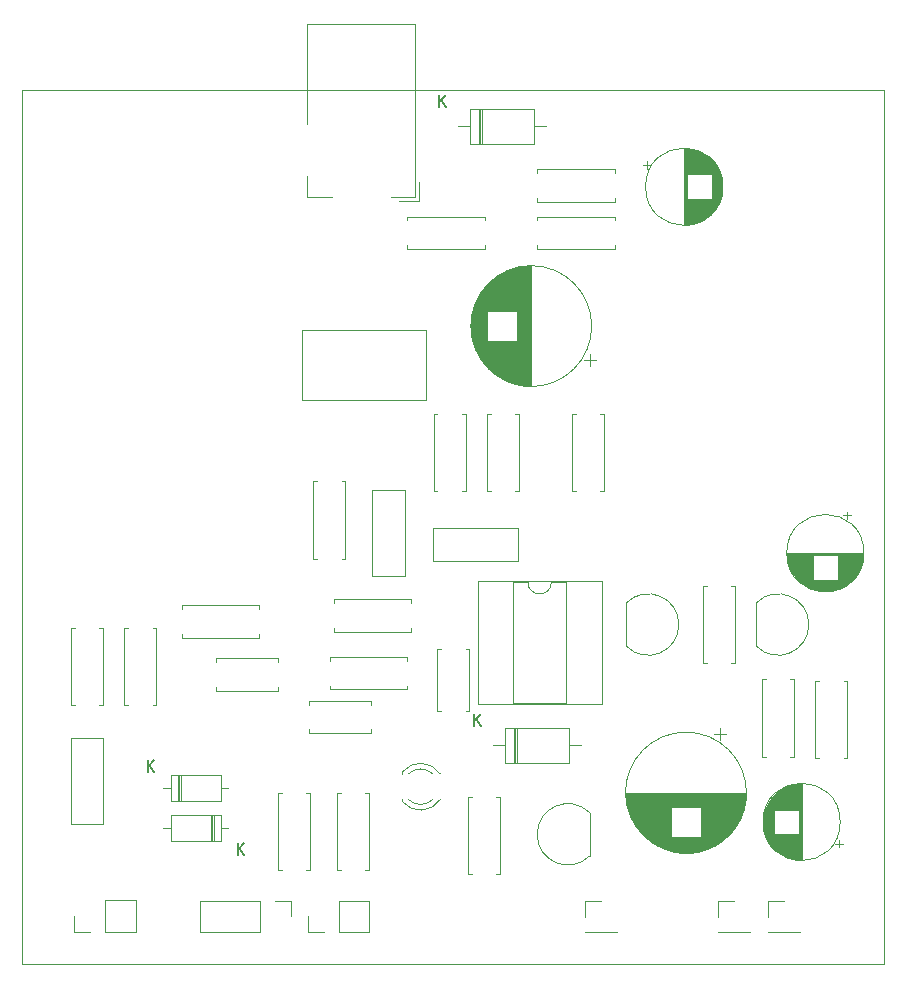
<source format=gbr>
%TF.GenerationSoftware,KiCad,Pcbnew,(5.1.10-1-10_14)*%
%TF.CreationDate,2021-12-12T22:41:03-05:00*%
%TF.ProjectId,Valve Wizard Cab Sim,56616c76-6520-4576-997a-617264204361,rev?*%
%TF.SameCoordinates,Original*%
%TF.FileFunction,Legend,Top*%
%TF.FilePolarity,Positive*%
%FSLAX46Y46*%
G04 Gerber Fmt 4.6, Leading zero omitted, Abs format (unit mm)*
G04 Created by KiCad (PCBNEW (5.1.10-1-10_14)) date 2021-12-12 22:41:03*
%MOMM*%
%LPD*%
G01*
G04 APERTURE LIST*
%TA.AperFunction,Profile*%
%ADD10C,0.100000*%
%TD*%
%ADD11C,0.120000*%
%ADD12C,0.150000*%
G04 APERTURE END LIST*
D10*
X112000000Y-57000000D02*
X112000000Y-131000000D01*
X39000000Y-57000000D02*
X112000000Y-57000000D01*
X39000000Y-131000000D02*
X39000000Y-57000000D01*
X112000000Y-131000000D02*
X39000000Y-131000000D01*
D11*
%TO.C,U1*%
X88060000Y-98610000D02*
X77560000Y-98610000D01*
X88060000Y-109010000D02*
X88060000Y-98610000D01*
X77560000Y-109010000D02*
X88060000Y-109010000D01*
X77560000Y-98610000D02*
X77560000Y-109010000D01*
X85060000Y-98670000D02*
X83810000Y-98670000D01*
X85060000Y-108950000D02*
X85060000Y-98670000D01*
X80560000Y-108950000D02*
X85060000Y-108950000D01*
X80560000Y-98670000D02*
X80560000Y-108950000D01*
X81810000Y-98670000D02*
X80560000Y-98670000D01*
X83810000Y-98670000D02*
G75*
G02*
X81810000Y-98670000I-1000000J0D01*
G01*
%TO.C,J4*%
X48600000Y-128270000D02*
X48600000Y-125610000D01*
X46000000Y-128270000D02*
X48600000Y-128270000D01*
X46000000Y-125610000D02*
X48600000Y-125610000D01*
X46000000Y-128270000D02*
X46000000Y-125610000D01*
X44730000Y-128270000D02*
X43400000Y-128270000D01*
X43400000Y-128270000D02*
X43400000Y-126940000D01*
%TO.C,J7*%
X102170000Y-125670000D02*
X103500000Y-125670000D01*
X102170000Y-127000000D02*
X102170000Y-125670000D01*
X102170000Y-128270000D02*
X104830000Y-128270000D01*
X104830000Y-128270000D02*
X104830000Y-128330000D01*
X102170000Y-128270000D02*
X102170000Y-128330000D01*
X102170000Y-128330000D02*
X104830000Y-128330000D01*
%TO.C,J6*%
X68400000Y-128300000D02*
X68400000Y-125640000D01*
X65800000Y-128300000D02*
X68400000Y-128300000D01*
X65800000Y-125640000D02*
X68400000Y-125640000D01*
X65800000Y-128300000D02*
X65800000Y-125640000D01*
X64530000Y-128300000D02*
X63200000Y-128300000D01*
X63200000Y-128300000D02*
X63200000Y-126970000D01*
%TO.C,J5*%
X86670000Y-128330000D02*
X89330000Y-128330000D01*
X86670000Y-128270000D02*
X86670000Y-128330000D01*
X89330000Y-128270000D02*
X89330000Y-128330000D01*
X86670000Y-128270000D02*
X89330000Y-128270000D01*
X86670000Y-127000000D02*
X86670000Y-125670000D01*
X86670000Y-125670000D02*
X88000000Y-125670000D01*
%TO.C,J2*%
X97920000Y-128330000D02*
X100580000Y-128330000D01*
X97920000Y-128270000D02*
X97920000Y-128330000D01*
X100580000Y-128270000D02*
X100580000Y-128330000D01*
X97920000Y-128270000D02*
X100580000Y-128270000D01*
X97920000Y-127000000D02*
X97920000Y-125670000D01*
X97920000Y-125670000D02*
X99250000Y-125670000D01*
%TO.C,J1*%
X54020000Y-125640000D02*
X54020000Y-128300000D01*
X59160000Y-125640000D02*
X54020000Y-125640000D01*
X59160000Y-128300000D02*
X54020000Y-128300000D01*
X59160000Y-125640000D02*
X59160000Y-128300000D01*
X60430000Y-125640000D02*
X61760000Y-125640000D01*
X61760000Y-125640000D02*
X61760000Y-126970000D01*
%TO.C,C12*%
X108175241Y-121134000D02*
X108175241Y-120504000D01*
X108490241Y-120819000D02*
X107860241Y-120819000D01*
X101749000Y-119382000D02*
X101749000Y-118578000D01*
X101789000Y-119613000D02*
X101789000Y-118347000D01*
X101829000Y-119782000D02*
X101829000Y-118178000D01*
X101869000Y-119920000D02*
X101869000Y-118040000D01*
X101909000Y-120039000D02*
X101909000Y-117921000D01*
X101949000Y-120145000D02*
X101949000Y-117815000D01*
X101989000Y-120242000D02*
X101989000Y-117718000D01*
X102029000Y-120330000D02*
X102029000Y-117630000D01*
X102069000Y-120412000D02*
X102069000Y-117548000D01*
X102109000Y-120489000D02*
X102109000Y-117471000D01*
X102149000Y-120561000D02*
X102149000Y-117399000D01*
X102189000Y-120630000D02*
X102189000Y-117330000D01*
X102229000Y-120694000D02*
X102229000Y-117266000D01*
X102269000Y-120756000D02*
X102269000Y-117204000D01*
X102309000Y-120814000D02*
X102309000Y-117146000D01*
X102349000Y-120870000D02*
X102349000Y-117090000D01*
X102389000Y-120924000D02*
X102389000Y-117036000D01*
X102429000Y-120975000D02*
X102429000Y-116985000D01*
X102469000Y-121024000D02*
X102469000Y-116936000D01*
X102509000Y-121072000D02*
X102509000Y-116888000D01*
X102549000Y-121117000D02*
X102549000Y-116843000D01*
X102589000Y-121162000D02*
X102589000Y-116798000D01*
X102629000Y-121204000D02*
X102629000Y-116756000D01*
X102669000Y-121245000D02*
X102669000Y-116715000D01*
X102709000Y-117940000D02*
X102709000Y-116675000D01*
X102709000Y-121285000D02*
X102709000Y-120020000D01*
X102749000Y-117940000D02*
X102749000Y-116637000D01*
X102749000Y-121323000D02*
X102749000Y-120020000D01*
X102789000Y-117940000D02*
X102789000Y-116600000D01*
X102789000Y-121360000D02*
X102789000Y-120020000D01*
X102829000Y-117940000D02*
X102829000Y-116564000D01*
X102829000Y-121396000D02*
X102829000Y-120020000D01*
X102869000Y-117940000D02*
X102869000Y-116530000D01*
X102869000Y-121430000D02*
X102869000Y-120020000D01*
X102909000Y-117940000D02*
X102909000Y-116496000D01*
X102909000Y-121464000D02*
X102909000Y-120020000D01*
X102949000Y-117940000D02*
X102949000Y-116464000D01*
X102949000Y-121496000D02*
X102949000Y-120020000D01*
X102989000Y-117940000D02*
X102989000Y-116432000D01*
X102989000Y-121528000D02*
X102989000Y-120020000D01*
X103029000Y-117940000D02*
X103029000Y-116402000D01*
X103029000Y-121558000D02*
X103029000Y-120020000D01*
X103069000Y-117940000D02*
X103069000Y-116373000D01*
X103069000Y-121587000D02*
X103069000Y-120020000D01*
X103109000Y-117940000D02*
X103109000Y-116344000D01*
X103109000Y-121616000D02*
X103109000Y-120020000D01*
X103149000Y-117940000D02*
X103149000Y-116316000D01*
X103149000Y-121644000D02*
X103149000Y-120020000D01*
X103189000Y-117940000D02*
X103189000Y-116290000D01*
X103189000Y-121670000D02*
X103189000Y-120020000D01*
X103229000Y-117940000D02*
X103229000Y-116264000D01*
X103229000Y-121696000D02*
X103229000Y-120020000D01*
X103269000Y-117940000D02*
X103269000Y-116238000D01*
X103269000Y-121722000D02*
X103269000Y-120020000D01*
X103309000Y-117940000D02*
X103309000Y-116214000D01*
X103309000Y-121746000D02*
X103309000Y-120020000D01*
X103349000Y-117940000D02*
X103349000Y-116190000D01*
X103349000Y-121770000D02*
X103349000Y-120020000D01*
X103389000Y-117940000D02*
X103389000Y-116168000D01*
X103389000Y-121792000D02*
X103389000Y-120020000D01*
X103429000Y-117940000D02*
X103429000Y-116146000D01*
X103429000Y-121814000D02*
X103429000Y-120020000D01*
X103469000Y-117940000D02*
X103469000Y-116124000D01*
X103469000Y-121836000D02*
X103469000Y-120020000D01*
X103509000Y-117940000D02*
X103509000Y-116104000D01*
X103509000Y-121856000D02*
X103509000Y-120020000D01*
X103549000Y-117940000D02*
X103549000Y-116084000D01*
X103549000Y-121876000D02*
X103549000Y-120020000D01*
X103589000Y-117940000D02*
X103589000Y-116064000D01*
X103589000Y-121896000D02*
X103589000Y-120020000D01*
X103629000Y-117940000D02*
X103629000Y-116046000D01*
X103629000Y-121914000D02*
X103629000Y-120020000D01*
X103669000Y-117940000D02*
X103669000Y-116028000D01*
X103669000Y-121932000D02*
X103669000Y-120020000D01*
X103709000Y-117940000D02*
X103709000Y-116010000D01*
X103709000Y-121950000D02*
X103709000Y-120020000D01*
X103749000Y-117940000D02*
X103749000Y-115994000D01*
X103749000Y-121966000D02*
X103749000Y-120020000D01*
X103789000Y-117940000D02*
X103789000Y-115978000D01*
X103789000Y-121982000D02*
X103789000Y-120020000D01*
X103829000Y-117940000D02*
X103829000Y-115962000D01*
X103829000Y-121998000D02*
X103829000Y-120020000D01*
X103869000Y-117940000D02*
X103869000Y-115947000D01*
X103869000Y-122013000D02*
X103869000Y-120020000D01*
X103909000Y-117940000D02*
X103909000Y-115933000D01*
X103909000Y-122027000D02*
X103909000Y-120020000D01*
X103949000Y-117940000D02*
X103949000Y-115919000D01*
X103949000Y-122041000D02*
X103949000Y-120020000D01*
X103989000Y-117940000D02*
X103989000Y-115906000D01*
X103989000Y-122054000D02*
X103989000Y-120020000D01*
X104029000Y-117940000D02*
X104029000Y-115894000D01*
X104029000Y-122066000D02*
X104029000Y-120020000D01*
X104069000Y-117940000D02*
X104069000Y-115882000D01*
X104069000Y-122078000D02*
X104069000Y-120020000D01*
X104109000Y-117940000D02*
X104109000Y-115870000D01*
X104109000Y-122090000D02*
X104109000Y-120020000D01*
X104149000Y-117940000D02*
X104149000Y-115859000D01*
X104149000Y-122101000D02*
X104149000Y-120020000D01*
X104189000Y-117940000D02*
X104189000Y-115849000D01*
X104189000Y-122111000D02*
X104189000Y-120020000D01*
X104229000Y-117940000D02*
X104229000Y-115839000D01*
X104229000Y-122121000D02*
X104229000Y-120020000D01*
X104269000Y-117940000D02*
X104269000Y-115830000D01*
X104269000Y-122130000D02*
X104269000Y-120020000D01*
X104310000Y-117940000D02*
X104310000Y-115821000D01*
X104310000Y-122139000D02*
X104310000Y-120020000D01*
X104350000Y-117940000D02*
X104350000Y-115813000D01*
X104350000Y-122147000D02*
X104350000Y-120020000D01*
X104390000Y-117940000D02*
X104390000Y-115805000D01*
X104390000Y-122155000D02*
X104390000Y-120020000D01*
X104430000Y-117940000D02*
X104430000Y-115798000D01*
X104430000Y-122162000D02*
X104430000Y-120020000D01*
X104470000Y-117940000D02*
X104470000Y-115791000D01*
X104470000Y-122169000D02*
X104470000Y-120020000D01*
X104510000Y-117940000D02*
X104510000Y-115785000D01*
X104510000Y-122175000D02*
X104510000Y-120020000D01*
X104550000Y-117940000D02*
X104550000Y-115779000D01*
X104550000Y-122181000D02*
X104550000Y-120020000D01*
X104590000Y-117940000D02*
X104590000Y-115774000D01*
X104590000Y-122186000D02*
X104590000Y-120020000D01*
X104630000Y-117940000D02*
X104630000Y-115769000D01*
X104630000Y-122191000D02*
X104630000Y-120020000D01*
X104670000Y-117940000D02*
X104670000Y-115765000D01*
X104670000Y-122195000D02*
X104670000Y-120020000D01*
X104710000Y-117940000D02*
X104710000Y-115762000D01*
X104710000Y-122198000D02*
X104710000Y-120020000D01*
X104750000Y-117940000D02*
X104750000Y-115758000D01*
X104750000Y-122202000D02*
X104750000Y-120020000D01*
X104790000Y-122204000D02*
X104790000Y-115756000D01*
X104830000Y-122207000D02*
X104830000Y-115753000D01*
X104870000Y-122208000D02*
X104870000Y-115752000D01*
X104910000Y-122210000D02*
X104910000Y-115750000D01*
X104950000Y-122210000D02*
X104950000Y-115750000D01*
X104990000Y-122210000D02*
X104990000Y-115750000D01*
X108260000Y-118980000D02*
G75*
G03*
X108260000Y-118980000I-3270000J0D01*
G01*
%TO.C,C7*%
X68630000Y-90880000D02*
X71370000Y-90880000D01*
X68630000Y-98120000D02*
X71370000Y-98120000D01*
X71370000Y-98120000D02*
X71370000Y-90880000D01*
X68630000Y-98120000D02*
X68630000Y-90880000D01*
%TO.C,C8*%
X81020000Y-94130000D02*
X81020000Y-96870000D01*
X73780000Y-94130000D02*
X73780000Y-96870000D01*
X73780000Y-96870000D02*
X81020000Y-96870000D01*
X73780000Y-94130000D02*
X81020000Y-94130000D01*
%TO.C,C5*%
X45870000Y-119120000D02*
X43130000Y-119120000D01*
X45870000Y-111880000D02*
X43130000Y-111880000D01*
X43130000Y-111880000D02*
X43130000Y-119120000D01*
X45870000Y-111880000D02*
X45870000Y-119120000D01*
%TO.C,R18*%
X76730000Y-123380000D02*
X77060000Y-123380000D01*
X76730000Y-116840000D02*
X76730000Y-123380000D01*
X77060000Y-116840000D02*
X76730000Y-116840000D01*
X79470000Y-123380000D02*
X79140000Y-123380000D01*
X79470000Y-116840000D02*
X79470000Y-123380000D01*
X79140000Y-116840000D02*
X79470000Y-116840000D01*
%TO.C,R17*%
X108870000Y-107040000D02*
X108540000Y-107040000D01*
X108870000Y-113580000D02*
X108870000Y-107040000D01*
X108540000Y-113580000D02*
X108870000Y-113580000D01*
X106130000Y-107040000D02*
X106460000Y-107040000D01*
X106130000Y-113580000D02*
X106130000Y-107040000D01*
X106460000Y-113580000D02*
X106130000Y-113580000D01*
%TO.C,R16*%
X104370000Y-106920000D02*
X104040000Y-106920000D01*
X104370000Y-113460000D02*
X104370000Y-106920000D01*
X104040000Y-113460000D02*
X104370000Y-113460000D01*
X101630000Y-106920000D02*
X101960000Y-106920000D01*
X101630000Y-113460000D02*
X101630000Y-106920000D01*
X101960000Y-113460000D02*
X101630000Y-113460000D01*
%TO.C,R15*%
X99370000Y-99020000D02*
X99040000Y-99020000D01*
X99370000Y-105560000D02*
X99370000Y-99020000D01*
X99040000Y-105560000D02*
X99370000Y-105560000D01*
X96630000Y-99020000D02*
X96960000Y-99020000D01*
X96630000Y-105560000D02*
X96630000Y-99020000D01*
X96960000Y-105560000D02*
X96630000Y-105560000D01*
%TO.C,R14*%
X81070000Y-84440000D02*
X80740000Y-84440000D01*
X81070000Y-90980000D02*
X81070000Y-84440000D01*
X80740000Y-90980000D02*
X81070000Y-90980000D01*
X78330000Y-84440000D02*
X78660000Y-84440000D01*
X78330000Y-90980000D02*
X78330000Y-84440000D01*
X78660000Y-90980000D02*
X78330000Y-90980000D01*
%TO.C,R13*%
X73830000Y-90960000D02*
X74160000Y-90960000D01*
X73830000Y-84420000D02*
X73830000Y-90960000D01*
X74160000Y-84420000D02*
X73830000Y-84420000D01*
X76570000Y-90960000D02*
X76240000Y-90960000D01*
X76570000Y-84420000D02*
X76570000Y-90960000D01*
X76240000Y-84420000D02*
X76570000Y-84420000D01*
%TO.C,R12*%
X66370000Y-90140000D02*
X66040000Y-90140000D01*
X66370000Y-96680000D02*
X66370000Y-90140000D01*
X66040000Y-96680000D02*
X66370000Y-96680000D01*
X63630000Y-90140000D02*
X63960000Y-90140000D01*
X63630000Y-96680000D02*
X63630000Y-90140000D01*
X63960000Y-96680000D02*
X63630000Y-96680000D01*
%TO.C,R11*%
X43130000Y-109080000D02*
X43460000Y-109080000D01*
X43130000Y-102540000D02*
X43130000Y-109080000D01*
X43460000Y-102540000D02*
X43130000Y-102540000D01*
X45870000Y-109080000D02*
X45540000Y-109080000D01*
X45870000Y-102540000D02*
X45870000Y-109080000D01*
X45540000Y-102540000D02*
X45870000Y-102540000D01*
%TO.C,R10*%
X65420000Y-100130000D02*
X65420000Y-100460000D01*
X71960000Y-100130000D02*
X65420000Y-100130000D01*
X71960000Y-100460000D02*
X71960000Y-100130000D01*
X65420000Y-102870000D02*
X65420000Y-102540000D01*
X71960000Y-102870000D02*
X65420000Y-102870000D01*
X71960000Y-102540000D02*
X71960000Y-102870000D01*
%TO.C,R9*%
X71580000Y-107770000D02*
X71580000Y-107440000D01*
X65040000Y-107770000D02*
X71580000Y-107770000D01*
X65040000Y-107440000D02*
X65040000Y-107770000D01*
X71580000Y-105030000D02*
X71580000Y-105360000D01*
X65040000Y-105030000D02*
X71580000Y-105030000D01*
X65040000Y-105360000D02*
X65040000Y-105030000D01*
%TO.C,R8*%
X50370000Y-102540000D02*
X50040000Y-102540000D01*
X50370000Y-109080000D02*
X50370000Y-102540000D01*
X50040000Y-109080000D02*
X50370000Y-109080000D01*
X47630000Y-102540000D02*
X47960000Y-102540000D01*
X47630000Y-109080000D02*
X47630000Y-102540000D01*
X47960000Y-109080000D02*
X47630000Y-109080000D01*
%TO.C,R7*%
X59060000Y-103370000D02*
X59060000Y-103040000D01*
X52520000Y-103370000D02*
X59060000Y-103370000D01*
X52520000Y-103040000D02*
X52520000Y-103370000D01*
X59060000Y-100630000D02*
X59060000Y-100960000D01*
X52520000Y-100630000D02*
X59060000Y-100630000D01*
X52520000Y-100960000D02*
X52520000Y-100630000D01*
%TO.C,R6*%
X88270000Y-84440000D02*
X87940000Y-84440000D01*
X88270000Y-90980000D02*
X88270000Y-84440000D01*
X87940000Y-90980000D02*
X88270000Y-90980000D01*
X85530000Y-84440000D02*
X85860000Y-84440000D01*
X85530000Y-90980000D02*
X85530000Y-84440000D01*
X85860000Y-90980000D02*
X85530000Y-90980000D01*
%TO.C,R5*%
X60630000Y-123080000D02*
X60960000Y-123080000D01*
X60630000Y-116540000D02*
X60630000Y-123080000D01*
X60960000Y-116540000D02*
X60630000Y-116540000D01*
X63370000Y-123080000D02*
X63040000Y-123080000D01*
X63370000Y-116540000D02*
X63370000Y-123080000D01*
X63040000Y-116540000D02*
X63370000Y-116540000D01*
%TO.C,R4*%
X68370000Y-116540000D02*
X68040000Y-116540000D01*
X68370000Y-123080000D02*
X68370000Y-116540000D01*
X68040000Y-123080000D02*
X68370000Y-123080000D01*
X65630000Y-116540000D02*
X65960000Y-116540000D01*
X65630000Y-123080000D02*
X65630000Y-116540000D01*
X65960000Y-123080000D02*
X65630000Y-123080000D01*
%TO.C,R3*%
X82620000Y-67730000D02*
X82620000Y-68060000D01*
X89160000Y-67730000D02*
X82620000Y-67730000D01*
X89160000Y-68060000D02*
X89160000Y-67730000D01*
X82620000Y-70470000D02*
X82620000Y-70140000D01*
X89160000Y-70470000D02*
X82620000Y-70470000D01*
X89160000Y-70140000D02*
X89160000Y-70470000D01*
%TO.C,R2*%
X89160000Y-66470000D02*
X89160000Y-66140000D01*
X82620000Y-66470000D02*
X89160000Y-66470000D01*
X82620000Y-66140000D02*
X82620000Y-66470000D01*
X89160000Y-63730000D02*
X89160000Y-64060000D01*
X82620000Y-63730000D02*
X89160000Y-63730000D01*
X82620000Y-64060000D02*
X82620000Y-63730000D01*
%TO.C,R1*%
X71620000Y-67730000D02*
X71620000Y-68060000D01*
X78160000Y-67730000D02*
X71620000Y-67730000D01*
X78160000Y-68060000D02*
X78160000Y-67730000D01*
X71620000Y-70470000D02*
X71620000Y-70140000D01*
X78160000Y-70470000D02*
X71620000Y-70470000D01*
X78160000Y-70140000D02*
X78160000Y-70470000D01*
%TO.C,Q3*%
X87050000Y-121830000D02*
X87050000Y-118230000D01*
X87038478Y-118191522D02*
G75*
G03*
X82600000Y-120030000I-1838478J-1838478D01*
G01*
X87038478Y-121868478D02*
G75*
G02*
X82600000Y-120030000I-1838478J1838478D01*
G01*
%TO.C,Q2*%
X101150000Y-100470000D02*
X101150000Y-104070000D01*
X101161522Y-104108478D02*
G75*
G03*
X105600000Y-102270000I1838478J1838478D01*
G01*
X101161522Y-100431522D02*
G75*
G02*
X105600000Y-102270000I1838478J-1838478D01*
G01*
%TO.C,Q1*%
X90150000Y-100470000D02*
X90150000Y-104070000D01*
X90161522Y-104108478D02*
G75*
G03*
X94600000Y-102270000I1838478J1838478D01*
G01*
X90161522Y-100431522D02*
G75*
G02*
X94600000Y-102270000I1838478J-1838478D01*
G01*
%TO.C,D3*%
X71170000Y-117080000D02*
X71170000Y-117236000D01*
X71170000Y-114764000D02*
X71170000Y-114920000D01*
X73771130Y-117079837D02*
G75*
G02*
X71689039Y-117080000I-1041130J1079837D01*
G01*
X73771130Y-114920163D02*
G75*
G03*
X71689039Y-114920000I-1041130J-1079837D01*
G01*
X74402335Y-117078608D02*
G75*
G02*
X71170000Y-117235516I-1672335J1078608D01*
G01*
X74402335Y-114921392D02*
G75*
G03*
X71170000Y-114764484I-1672335J-1078608D01*
G01*
%TO.C,C9*%
X62680000Y-83270000D02*
X62680000Y-77330000D01*
X73220000Y-83270000D02*
X73220000Y-77330000D01*
X73220000Y-77330000D02*
X62680000Y-77330000D01*
X73220000Y-83270000D02*
X62680000Y-83270000D01*
%TO.C,C6*%
X68520000Y-111155000D02*
X68520000Y-111470000D01*
X68520000Y-108730000D02*
X68520000Y-109045000D01*
X63280000Y-111155000D02*
X63280000Y-111470000D01*
X63280000Y-108730000D02*
X63280000Y-109045000D01*
X63280000Y-111470000D02*
X68520000Y-111470000D01*
X63280000Y-108730000D02*
X68520000Y-108730000D01*
%TO.C,C4*%
X55380000Y-105445000D02*
X55380000Y-105130000D01*
X55380000Y-107870000D02*
X55380000Y-107555000D01*
X60620000Y-105445000D02*
X60620000Y-105130000D01*
X60620000Y-107870000D02*
X60620000Y-107555000D01*
X60620000Y-105130000D02*
X55380000Y-105130000D01*
X60620000Y-107870000D02*
X55380000Y-107870000D01*
%TO.C,J3*%
X72300000Y-66100000D02*
X70200000Y-66100000D01*
X72600000Y-66400000D02*
X72600000Y-64800000D01*
X70900000Y-66400000D02*
X72600000Y-66400000D01*
X63100000Y-66100000D02*
X63100000Y-64300000D01*
X65200000Y-66100000D02*
X63100000Y-66100000D01*
X72300000Y-51400000D02*
X72300000Y-66100000D01*
X63100000Y-51400000D02*
X72300000Y-51400000D01*
X63100000Y-59900000D02*
X63100000Y-51400000D01*
%TO.C,D5*%
X52170000Y-114980000D02*
X52170000Y-117220000D01*
X52410000Y-114980000D02*
X52410000Y-117220000D01*
X52290000Y-114980000D02*
X52290000Y-117220000D01*
X56460000Y-116100000D02*
X55810000Y-116100000D01*
X50920000Y-116100000D02*
X51570000Y-116100000D01*
X55810000Y-114980000D02*
X51570000Y-114980000D01*
X55810000Y-117220000D02*
X55810000Y-114980000D01*
X51570000Y-117220000D02*
X55810000Y-117220000D01*
X51570000Y-114980000D02*
X51570000Y-117220000D01*
%TO.C,D4*%
X55210000Y-120620000D02*
X55210000Y-118380000D01*
X54970000Y-120620000D02*
X54970000Y-118380000D01*
X55090000Y-120620000D02*
X55090000Y-118380000D01*
X50920000Y-119500000D02*
X51570000Y-119500000D01*
X56460000Y-119500000D02*
X55810000Y-119500000D01*
X51570000Y-120620000D02*
X55810000Y-120620000D01*
X51570000Y-118380000D02*
X51570000Y-120620000D01*
X55810000Y-118380000D02*
X51570000Y-118380000D01*
X55810000Y-120620000D02*
X55810000Y-118380000D01*
%TO.C,D2*%
X80640000Y-111030000D02*
X80640000Y-113970000D01*
X80880000Y-111030000D02*
X80880000Y-113970000D01*
X80760000Y-111030000D02*
X80760000Y-113970000D01*
X86320000Y-112500000D02*
X85300000Y-112500000D01*
X78840000Y-112500000D02*
X79860000Y-112500000D01*
X85300000Y-111030000D02*
X79860000Y-111030000D01*
X85300000Y-113970000D02*
X85300000Y-111030000D01*
X79860000Y-113970000D02*
X85300000Y-113970000D01*
X79860000Y-111030000D02*
X79860000Y-113970000D01*
%TO.C,D1*%
X77680000Y-58630000D02*
X77680000Y-61570000D01*
X77920000Y-58630000D02*
X77920000Y-61570000D01*
X77800000Y-58630000D02*
X77800000Y-61570000D01*
X83360000Y-60100000D02*
X82340000Y-60100000D01*
X75880000Y-60100000D02*
X76900000Y-60100000D01*
X82340000Y-58630000D02*
X76900000Y-58630000D01*
X82340000Y-61570000D02*
X82340000Y-58630000D01*
X76900000Y-61570000D02*
X82340000Y-61570000D01*
X76900000Y-58630000D02*
X76900000Y-61570000D01*
%TO.C,C11*%
X98575000Y-111520354D02*
X97575000Y-111520354D01*
X98075000Y-111020354D02*
X98075000Y-112020354D01*
X95799000Y-121581000D02*
X94601000Y-121581000D01*
X96062000Y-121541000D02*
X94338000Y-121541000D01*
X96262000Y-121501000D02*
X94138000Y-121501000D01*
X96430000Y-121461000D02*
X93970000Y-121461000D01*
X96578000Y-121421000D02*
X93822000Y-121421000D01*
X96710000Y-121381000D02*
X93690000Y-121381000D01*
X96830000Y-121341000D02*
X93570000Y-121341000D01*
X96942000Y-121301000D02*
X93458000Y-121301000D01*
X97046000Y-121261000D02*
X93354000Y-121261000D01*
X97144000Y-121221000D02*
X93256000Y-121221000D01*
X97237000Y-121181000D02*
X93163000Y-121181000D01*
X97325000Y-121141000D02*
X93075000Y-121141000D01*
X97409000Y-121101000D02*
X92991000Y-121101000D01*
X97489000Y-121061000D02*
X92911000Y-121061000D01*
X97565000Y-121021000D02*
X92835000Y-121021000D01*
X97639000Y-120981000D02*
X92761000Y-120981000D01*
X97710000Y-120941000D02*
X92690000Y-120941000D01*
X97779000Y-120901000D02*
X92621000Y-120901000D01*
X97845000Y-120861000D02*
X92555000Y-120861000D01*
X97909000Y-120821000D02*
X92491000Y-120821000D01*
X97970000Y-120781000D02*
X92430000Y-120781000D01*
X98030000Y-120741000D02*
X92370000Y-120741000D01*
X98089000Y-120701000D02*
X92311000Y-120701000D01*
X98145000Y-120661000D02*
X92255000Y-120661000D01*
X98200000Y-120621000D02*
X92200000Y-120621000D01*
X98254000Y-120581000D02*
X92146000Y-120581000D01*
X98306000Y-120541000D02*
X92094000Y-120541000D01*
X98356000Y-120501000D02*
X92044000Y-120501000D01*
X98406000Y-120461000D02*
X91994000Y-120461000D01*
X98454000Y-120421000D02*
X91946000Y-120421000D01*
X98501000Y-120381000D02*
X91899000Y-120381000D01*
X98547000Y-120341000D02*
X91853000Y-120341000D01*
X98592000Y-120301000D02*
X91808000Y-120301000D01*
X98636000Y-120261000D02*
X91764000Y-120261000D01*
X93959000Y-120221000D02*
X91722000Y-120221000D01*
X98678000Y-120221000D02*
X96441000Y-120221000D01*
X93959000Y-120181000D02*
X91680000Y-120181000D01*
X98720000Y-120181000D02*
X96441000Y-120181000D01*
X93959000Y-120141000D02*
X91639000Y-120141000D01*
X98761000Y-120141000D02*
X96441000Y-120141000D01*
X93959000Y-120101000D02*
X91599000Y-120101000D01*
X98801000Y-120101000D02*
X96441000Y-120101000D01*
X93959000Y-120061000D02*
X91560000Y-120061000D01*
X98840000Y-120061000D02*
X96441000Y-120061000D01*
X93959000Y-120021000D02*
X91521000Y-120021000D01*
X98879000Y-120021000D02*
X96441000Y-120021000D01*
X93959000Y-119981000D02*
X91484000Y-119981000D01*
X98916000Y-119981000D02*
X96441000Y-119981000D01*
X93959000Y-119941000D02*
X91447000Y-119941000D01*
X98953000Y-119941000D02*
X96441000Y-119941000D01*
X93959000Y-119901000D02*
X91411000Y-119901000D01*
X98989000Y-119901000D02*
X96441000Y-119901000D01*
X93959000Y-119861000D02*
X91376000Y-119861000D01*
X99024000Y-119861000D02*
X96441000Y-119861000D01*
X93959000Y-119821000D02*
X91342000Y-119821000D01*
X99058000Y-119821000D02*
X96441000Y-119821000D01*
X93959000Y-119781000D02*
X91308000Y-119781000D01*
X99092000Y-119781000D02*
X96441000Y-119781000D01*
X93959000Y-119741000D02*
X91275000Y-119741000D01*
X99125000Y-119741000D02*
X96441000Y-119741000D01*
X93959000Y-119701000D02*
X91243000Y-119701000D01*
X99157000Y-119701000D02*
X96441000Y-119701000D01*
X93959000Y-119661000D02*
X91211000Y-119661000D01*
X99189000Y-119661000D02*
X96441000Y-119661000D01*
X93959000Y-119621000D02*
X91180000Y-119621000D01*
X99220000Y-119621000D02*
X96441000Y-119621000D01*
X93959000Y-119581000D02*
X91150000Y-119581000D01*
X99250000Y-119581000D02*
X96441000Y-119581000D01*
X93959000Y-119541000D02*
X91120000Y-119541000D01*
X99280000Y-119541000D02*
X96441000Y-119541000D01*
X93959000Y-119501000D02*
X91090000Y-119501000D01*
X99310000Y-119501000D02*
X96441000Y-119501000D01*
X93959000Y-119461000D02*
X91062000Y-119461000D01*
X99338000Y-119461000D02*
X96441000Y-119461000D01*
X93959000Y-119421000D02*
X91034000Y-119421000D01*
X99366000Y-119421000D02*
X96441000Y-119421000D01*
X93959000Y-119381000D02*
X91006000Y-119381000D01*
X99394000Y-119381000D02*
X96441000Y-119381000D01*
X93959000Y-119341000D02*
X90979000Y-119341000D01*
X99421000Y-119341000D02*
X96441000Y-119341000D01*
X93959000Y-119301000D02*
X90953000Y-119301000D01*
X99447000Y-119301000D02*
X96441000Y-119301000D01*
X93959000Y-119261000D02*
X90927000Y-119261000D01*
X99473000Y-119261000D02*
X96441000Y-119261000D01*
X93959000Y-119221000D02*
X90902000Y-119221000D01*
X99498000Y-119221000D02*
X96441000Y-119221000D01*
X93959000Y-119181000D02*
X90877000Y-119181000D01*
X99523000Y-119181000D02*
X96441000Y-119181000D01*
X93959000Y-119141000D02*
X90853000Y-119141000D01*
X99547000Y-119141000D02*
X96441000Y-119141000D01*
X93959000Y-119101000D02*
X90829000Y-119101000D01*
X99571000Y-119101000D02*
X96441000Y-119101000D01*
X93959000Y-119061000D02*
X90805000Y-119061000D01*
X99595000Y-119061000D02*
X96441000Y-119061000D01*
X93959000Y-119021000D02*
X90783000Y-119021000D01*
X99617000Y-119021000D02*
X96441000Y-119021000D01*
X93959000Y-118981000D02*
X90760000Y-118981000D01*
X99640000Y-118981000D02*
X96441000Y-118981000D01*
X93959000Y-118941000D02*
X90738000Y-118941000D01*
X99662000Y-118941000D02*
X96441000Y-118941000D01*
X93959000Y-118901000D02*
X90717000Y-118901000D01*
X99683000Y-118901000D02*
X96441000Y-118901000D01*
X93959000Y-118861000D02*
X90696000Y-118861000D01*
X99704000Y-118861000D02*
X96441000Y-118861000D01*
X93959000Y-118821000D02*
X90675000Y-118821000D01*
X99725000Y-118821000D02*
X96441000Y-118821000D01*
X93959000Y-118781000D02*
X90655000Y-118781000D01*
X99745000Y-118781000D02*
X96441000Y-118781000D01*
X93959000Y-118741000D02*
X90636000Y-118741000D01*
X99764000Y-118741000D02*
X96441000Y-118741000D01*
X93959000Y-118701000D02*
X90616000Y-118701000D01*
X99784000Y-118701000D02*
X96441000Y-118701000D01*
X93959000Y-118661000D02*
X90597000Y-118661000D01*
X99803000Y-118661000D02*
X96441000Y-118661000D01*
X93959000Y-118621000D02*
X90579000Y-118621000D01*
X99821000Y-118621000D02*
X96441000Y-118621000D01*
X93959000Y-118581000D02*
X90561000Y-118581000D01*
X99839000Y-118581000D02*
X96441000Y-118581000D01*
X93959000Y-118541000D02*
X90543000Y-118541000D01*
X99857000Y-118541000D02*
X96441000Y-118541000D01*
X93959000Y-118501000D02*
X90526000Y-118501000D01*
X99874000Y-118501000D02*
X96441000Y-118501000D01*
X93959000Y-118461000D02*
X90510000Y-118461000D01*
X99890000Y-118461000D02*
X96441000Y-118461000D01*
X93959000Y-118421000D02*
X90493000Y-118421000D01*
X99907000Y-118421000D02*
X96441000Y-118421000D01*
X93959000Y-118381000D02*
X90477000Y-118381000D01*
X99923000Y-118381000D02*
X96441000Y-118381000D01*
X93959000Y-118341000D02*
X90462000Y-118341000D01*
X99938000Y-118341000D02*
X96441000Y-118341000D01*
X93959000Y-118301000D02*
X90446000Y-118301000D01*
X99954000Y-118301000D02*
X96441000Y-118301000D01*
X93959000Y-118261000D02*
X90432000Y-118261000D01*
X99968000Y-118261000D02*
X96441000Y-118261000D01*
X93959000Y-118221000D02*
X90417000Y-118221000D01*
X99983000Y-118221000D02*
X96441000Y-118221000D01*
X93959000Y-118181000D02*
X90403000Y-118181000D01*
X99997000Y-118181000D02*
X96441000Y-118181000D01*
X93959000Y-118141000D02*
X90389000Y-118141000D01*
X100011000Y-118141000D02*
X96441000Y-118141000D01*
X93959000Y-118101000D02*
X90376000Y-118101000D01*
X100024000Y-118101000D02*
X96441000Y-118101000D01*
X93959000Y-118061000D02*
X90363000Y-118061000D01*
X100037000Y-118061000D02*
X96441000Y-118061000D01*
X93959000Y-118021000D02*
X90350000Y-118021000D01*
X100050000Y-118021000D02*
X96441000Y-118021000D01*
X93959000Y-117981000D02*
X90338000Y-117981000D01*
X100062000Y-117981000D02*
X96441000Y-117981000D01*
X93959000Y-117941000D02*
X90326000Y-117941000D01*
X100074000Y-117941000D02*
X96441000Y-117941000D01*
X93959000Y-117901000D02*
X90315000Y-117901000D01*
X100085000Y-117901000D02*
X96441000Y-117901000D01*
X93959000Y-117861000D02*
X90303000Y-117861000D01*
X100097000Y-117861000D02*
X96441000Y-117861000D01*
X93959000Y-117821000D02*
X90293000Y-117821000D01*
X100107000Y-117821000D02*
X96441000Y-117821000D01*
X93959000Y-117781000D02*
X90282000Y-117781000D01*
X100118000Y-117781000D02*
X96441000Y-117781000D01*
X100128000Y-117741000D02*
X90272000Y-117741000D01*
X100138000Y-117701000D02*
X90262000Y-117701000D01*
X100147000Y-117661000D02*
X90253000Y-117661000D01*
X100156000Y-117621000D02*
X90244000Y-117621000D01*
X100165000Y-117581000D02*
X90235000Y-117581000D01*
X100174000Y-117541000D02*
X90226000Y-117541000D01*
X100182000Y-117501000D02*
X90218000Y-117501000D01*
X100190000Y-117461000D02*
X90210000Y-117461000D01*
X100197000Y-117421000D02*
X90203000Y-117421000D01*
X100204000Y-117381000D02*
X90196000Y-117381000D01*
X100211000Y-117341000D02*
X90189000Y-117341000D01*
X100218000Y-117301000D02*
X90182000Y-117301000D01*
X100224000Y-117261000D02*
X90176000Y-117261000D01*
X100230000Y-117221000D02*
X90170000Y-117221000D01*
X100235000Y-117180000D02*
X90165000Y-117180000D01*
X100240000Y-117140000D02*
X90160000Y-117140000D01*
X100245000Y-117100000D02*
X90155000Y-117100000D01*
X100250000Y-117060000D02*
X90150000Y-117060000D01*
X100254000Y-117020000D02*
X90146000Y-117020000D01*
X100258000Y-116980000D02*
X90142000Y-116980000D01*
X100262000Y-116940000D02*
X90138000Y-116940000D01*
X100265000Y-116900000D02*
X90135000Y-116900000D01*
X100268000Y-116860000D02*
X90132000Y-116860000D01*
X100270000Y-116820000D02*
X90130000Y-116820000D01*
X100273000Y-116780000D02*
X90127000Y-116780000D01*
X100275000Y-116740000D02*
X90125000Y-116740000D01*
X100277000Y-116700000D02*
X90123000Y-116700000D01*
X100278000Y-116660000D02*
X90122000Y-116660000D01*
X100279000Y-116620000D02*
X90121000Y-116620000D01*
X100280000Y-116580000D02*
X90120000Y-116580000D01*
X100280000Y-116540000D02*
X90120000Y-116540000D01*
X100280000Y-116500000D02*
X90120000Y-116500000D01*
X100320000Y-116500000D02*
G75*
G03*
X100320000Y-116500000I-5120000J0D01*
G01*
%TO.C,C10*%
X109154000Y-93034759D02*
X108524000Y-93034759D01*
X108839000Y-92719759D02*
X108839000Y-93349759D01*
X107402000Y-99461000D02*
X106598000Y-99461000D01*
X107633000Y-99421000D02*
X106367000Y-99421000D01*
X107802000Y-99381000D02*
X106198000Y-99381000D01*
X107940000Y-99341000D02*
X106060000Y-99341000D01*
X108059000Y-99301000D02*
X105941000Y-99301000D01*
X108165000Y-99261000D02*
X105835000Y-99261000D01*
X108262000Y-99221000D02*
X105738000Y-99221000D01*
X108350000Y-99181000D02*
X105650000Y-99181000D01*
X108432000Y-99141000D02*
X105568000Y-99141000D01*
X108509000Y-99101000D02*
X105491000Y-99101000D01*
X108581000Y-99061000D02*
X105419000Y-99061000D01*
X108650000Y-99021000D02*
X105350000Y-99021000D01*
X108714000Y-98981000D02*
X105286000Y-98981000D01*
X108776000Y-98941000D02*
X105224000Y-98941000D01*
X108834000Y-98901000D02*
X105166000Y-98901000D01*
X108890000Y-98861000D02*
X105110000Y-98861000D01*
X108944000Y-98821000D02*
X105056000Y-98821000D01*
X108995000Y-98781000D02*
X105005000Y-98781000D01*
X109044000Y-98741000D02*
X104956000Y-98741000D01*
X109092000Y-98701000D02*
X104908000Y-98701000D01*
X109137000Y-98661000D02*
X104863000Y-98661000D01*
X109182000Y-98621000D02*
X104818000Y-98621000D01*
X109224000Y-98581000D02*
X104776000Y-98581000D01*
X109265000Y-98541000D02*
X104735000Y-98541000D01*
X105960000Y-98501000D02*
X104695000Y-98501000D01*
X109305000Y-98501000D02*
X108040000Y-98501000D01*
X105960000Y-98461000D02*
X104657000Y-98461000D01*
X109343000Y-98461000D02*
X108040000Y-98461000D01*
X105960000Y-98421000D02*
X104620000Y-98421000D01*
X109380000Y-98421000D02*
X108040000Y-98421000D01*
X105960000Y-98381000D02*
X104584000Y-98381000D01*
X109416000Y-98381000D02*
X108040000Y-98381000D01*
X105960000Y-98341000D02*
X104550000Y-98341000D01*
X109450000Y-98341000D02*
X108040000Y-98341000D01*
X105960000Y-98301000D02*
X104516000Y-98301000D01*
X109484000Y-98301000D02*
X108040000Y-98301000D01*
X105960000Y-98261000D02*
X104484000Y-98261000D01*
X109516000Y-98261000D02*
X108040000Y-98261000D01*
X105960000Y-98221000D02*
X104452000Y-98221000D01*
X109548000Y-98221000D02*
X108040000Y-98221000D01*
X105960000Y-98181000D02*
X104422000Y-98181000D01*
X109578000Y-98181000D02*
X108040000Y-98181000D01*
X105960000Y-98141000D02*
X104393000Y-98141000D01*
X109607000Y-98141000D02*
X108040000Y-98141000D01*
X105960000Y-98101000D02*
X104364000Y-98101000D01*
X109636000Y-98101000D02*
X108040000Y-98101000D01*
X105960000Y-98061000D02*
X104336000Y-98061000D01*
X109664000Y-98061000D02*
X108040000Y-98061000D01*
X105960000Y-98021000D02*
X104310000Y-98021000D01*
X109690000Y-98021000D02*
X108040000Y-98021000D01*
X105960000Y-97981000D02*
X104284000Y-97981000D01*
X109716000Y-97981000D02*
X108040000Y-97981000D01*
X105960000Y-97941000D02*
X104258000Y-97941000D01*
X109742000Y-97941000D02*
X108040000Y-97941000D01*
X105960000Y-97901000D02*
X104234000Y-97901000D01*
X109766000Y-97901000D02*
X108040000Y-97901000D01*
X105960000Y-97861000D02*
X104210000Y-97861000D01*
X109790000Y-97861000D02*
X108040000Y-97861000D01*
X105960000Y-97821000D02*
X104188000Y-97821000D01*
X109812000Y-97821000D02*
X108040000Y-97821000D01*
X105960000Y-97781000D02*
X104166000Y-97781000D01*
X109834000Y-97781000D02*
X108040000Y-97781000D01*
X105960000Y-97741000D02*
X104144000Y-97741000D01*
X109856000Y-97741000D02*
X108040000Y-97741000D01*
X105960000Y-97701000D02*
X104124000Y-97701000D01*
X109876000Y-97701000D02*
X108040000Y-97701000D01*
X105960000Y-97661000D02*
X104104000Y-97661000D01*
X109896000Y-97661000D02*
X108040000Y-97661000D01*
X105960000Y-97621000D02*
X104084000Y-97621000D01*
X109916000Y-97621000D02*
X108040000Y-97621000D01*
X105960000Y-97581000D02*
X104066000Y-97581000D01*
X109934000Y-97581000D02*
X108040000Y-97581000D01*
X105960000Y-97541000D02*
X104048000Y-97541000D01*
X109952000Y-97541000D02*
X108040000Y-97541000D01*
X105960000Y-97501000D02*
X104030000Y-97501000D01*
X109970000Y-97501000D02*
X108040000Y-97501000D01*
X105960000Y-97461000D02*
X104014000Y-97461000D01*
X109986000Y-97461000D02*
X108040000Y-97461000D01*
X105960000Y-97421000D02*
X103998000Y-97421000D01*
X110002000Y-97421000D02*
X108040000Y-97421000D01*
X105960000Y-97381000D02*
X103982000Y-97381000D01*
X110018000Y-97381000D02*
X108040000Y-97381000D01*
X105960000Y-97341000D02*
X103967000Y-97341000D01*
X110033000Y-97341000D02*
X108040000Y-97341000D01*
X105960000Y-97301000D02*
X103953000Y-97301000D01*
X110047000Y-97301000D02*
X108040000Y-97301000D01*
X105960000Y-97261000D02*
X103939000Y-97261000D01*
X110061000Y-97261000D02*
X108040000Y-97261000D01*
X105960000Y-97221000D02*
X103926000Y-97221000D01*
X110074000Y-97221000D02*
X108040000Y-97221000D01*
X105960000Y-97181000D02*
X103914000Y-97181000D01*
X110086000Y-97181000D02*
X108040000Y-97181000D01*
X105960000Y-97141000D02*
X103902000Y-97141000D01*
X110098000Y-97141000D02*
X108040000Y-97141000D01*
X105960000Y-97101000D02*
X103890000Y-97101000D01*
X110110000Y-97101000D02*
X108040000Y-97101000D01*
X105960000Y-97061000D02*
X103879000Y-97061000D01*
X110121000Y-97061000D02*
X108040000Y-97061000D01*
X105960000Y-97021000D02*
X103869000Y-97021000D01*
X110131000Y-97021000D02*
X108040000Y-97021000D01*
X105960000Y-96981000D02*
X103859000Y-96981000D01*
X110141000Y-96981000D02*
X108040000Y-96981000D01*
X105960000Y-96941000D02*
X103850000Y-96941000D01*
X110150000Y-96941000D02*
X108040000Y-96941000D01*
X105960000Y-96900000D02*
X103841000Y-96900000D01*
X110159000Y-96900000D02*
X108040000Y-96900000D01*
X105960000Y-96860000D02*
X103833000Y-96860000D01*
X110167000Y-96860000D02*
X108040000Y-96860000D01*
X105960000Y-96820000D02*
X103825000Y-96820000D01*
X110175000Y-96820000D02*
X108040000Y-96820000D01*
X105960000Y-96780000D02*
X103818000Y-96780000D01*
X110182000Y-96780000D02*
X108040000Y-96780000D01*
X105960000Y-96740000D02*
X103811000Y-96740000D01*
X110189000Y-96740000D02*
X108040000Y-96740000D01*
X105960000Y-96700000D02*
X103805000Y-96700000D01*
X110195000Y-96700000D02*
X108040000Y-96700000D01*
X105960000Y-96660000D02*
X103799000Y-96660000D01*
X110201000Y-96660000D02*
X108040000Y-96660000D01*
X105960000Y-96620000D02*
X103794000Y-96620000D01*
X110206000Y-96620000D02*
X108040000Y-96620000D01*
X105960000Y-96580000D02*
X103789000Y-96580000D01*
X110211000Y-96580000D02*
X108040000Y-96580000D01*
X105960000Y-96540000D02*
X103785000Y-96540000D01*
X110215000Y-96540000D02*
X108040000Y-96540000D01*
X105960000Y-96500000D02*
X103782000Y-96500000D01*
X110218000Y-96500000D02*
X108040000Y-96500000D01*
X105960000Y-96460000D02*
X103778000Y-96460000D01*
X110222000Y-96460000D02*
X108040000Y-96460000D01*
X110224000Y-96420000D02*
X103776000Y-96420000D01*
X110227000Y-96380000D02*
X103773000Y-96380000D01*
X110228000Y-96340000D02*
X103772000Y-96340000D01*
X110230000Y-96300000D02*
X103770000Y-96300000D01*
X110230000Y-96260000D02*
X103770000Y-96260000D01*
X110230000Y-96220000D02*
X103770000Y-96220000D01*
X110270000Y-96220000D02*
G75*
G03*
X110270000Y-96220000I-3270000J0D01*
G01*
%TO.C,C3*%
X76555000Y-104380000D02*
X76870000Y-104380000D01*
X74130000Y-104380000D02*
X74445000Y-104380000D01*
X76555000Y-109620000D02*
X76870000Y-109620000D01*
X74130000Y-109620000D02*
X74445000Y-109620000D01*
X76870000Y-109620000D02*
X76870000Y-104380000D01*
X74130000Y-109620000D02*
X74130000Y-104380000D01*
%TO.C,C2*%
X91864759Y-63046000D02*
X91864759Y-63676000D01*
X91549759Y-63361000D02*
X92179759Y-63361000D01*
X98291000Y-64798000D02*
X98291000Y-65602000D01*
X98251000Y-64567000D02*
X98251000Y-65833000D01*
X98211000Y-64398000D02*
X98211000Y-66002000D01*
X98171000Y-64260000D02*
X98171000Y-66140000D01*
X98131000Y-64141000D02*
X98131000Y-66259000D01*
X98091000Y-64035000D02*
X98091000Y-66365000D01*
X98051000Y-63938000D02*
X98051000Y-66462000D01*
X98011000Y-63850000D02*
X98011000Y-66550000D01*
X97971000Y-63768000D02*
X97971000Y-66632000D01*
X97931000Y-63691000D02*
X97931000Y-66709000D01*
X97891000Y-63619000D02*
X97891000Y-66781000D01*
X97851000Y-63550000D02*
X97851000Y-66850000D01*
X97811000Y-63486000D02*
X97811000Y-66914000D01*
X97771000Y-63424000D02*
X97771000Y-66976000D01*
X97731000Y-63366000D02*
X97731000Y-67034000D01*
X97691000Y-63310000D02*
X97691000Y-67090000D01*
X97651000Y-63256000D02*
X97651000Y-67144000D01*
X97611000Y-63205000D02*
X97611000Y-67195000D01*
X97571000Y-63156000D02*
X97571000Y-67244000D01*
X97531000Y-63108000D02*
X97531000Y-67292000D01*
X97491000Y-63063000D02*
X97491000Y-67337000D01*
X97451000Y-63018000D02*
X97451000Y-67382000D01*
X97411000Y-62976000D02*
X97411000Y-67424000D01*
X97371000Y-62935000D02*
X97371000Y-67465000D01*
X97331000Y-66240000D02*
X97331000Y-67505000D01*
X97331000Y-62895000D02*
X97331000Y-64160000D01*
X97291000Y-66240000D02*
X97291000Y-67543000D01*
X97291000Y-62857000D02*
X97291000Y-64160000D01*
X97251000Y-66240000D02*
X97251000Y-67580000D01*
X97251000Y-62820000D02*
X97251000Y-64160000D01*
X97211000Y-66240000D02*
X97211000Y-67616000D01*
X97211000Y-62784000D02*
X97211000Y-64160000D01*
X97171000Y-66240000D02*
X97171000Y-67650000D01*
X97171000Y-62750000D02*
X97171000Y-64160000D01*
X97131000Y-66240000D02*
X97131000Y-67684000D01*
X97131000Y-62716000D02*
X97131000Y-64160000D01*
X97091000Y-66240000D02*
X97091000Y-67716000D01*
X97091000Y-62684000D02*
X97091000Y-64160000D01*
X97051000Y-66240000D02*
X97051000Y-67748000D01*
X97051000Y-62652000D02*
X97051000Y-64160000D01*
X97011000Y-66240000D02*
X97011000Y-67778000D01*
X97011000Y-62622000D02*
X97011000Y-64160000D01*
X96971000Y-66240000D02*
X96971000Y-67807000D01*
X96971000Y-62593000D02*
X96971000Y-64160000D01*
X96931000Y-66240000D02*
X96931000Y-67836000D01*
X96931000Y-62564000D02*
X96931000Y-64160000D01*
X96891000Y-66240000D02*
X96891000Y-67864000D01*
X96891000Y-62536000D02*
X96891000Y-64160000D01*
X96851000Y-66240000D02*
X96851000Y-67890000D01*
X96851000Y-62510000D02*
X96851000Y-64160000D01*
X96811000Y-66240000D02*
X96811000Y-67916000D01*
X96811000Y-62484000D02*
X96811000Y-64160000D01*
X96771000Y-66240000D02*
X96771000Y-67942000D01*
X96771000Y-62458000D02*
X96771000Y-64160000D01*
X96731000Y-66240000D02*
X96731000Y-67966000D01*
X96731000Y-62434000D02*
X96731000Y-64160000D01*
X96691000Y-66240000D02*
X96691000Y-67990000D01*
X96691000Y-62410000D02*
X96691000Y-64160000D01*
X96651000Y-66240000D02*
X96651000Y-68012000D01*
X96651000Y-62388000D02*
X96651000Y-64160000D01*
X96611000Y-66240000D02*
X96611000Y-68034000D01*
X96611000Y-62366000D02*
X96611000Y-64160000D01*
X96571000Y-66240000D02*
X96571000Y-68056000D01*
X96571000Y-62344000D02*
X96571000Y-64160000D01*
X96531000Y-66240000D02*
X96531000Y-68076000D01*
X96531000Y-62324000D02*
X96531000Y-64160000D01*
X96491000Y-66240000D02*
X96491000Y-68096000D01*
X96491000Y-62304000D02*
X96491000Y-64160000D01*
X96451000Y-66240000D02*
X96451000Y-68116000D01*
X96451000Y-62284000D02*
X96451000Y-64160000D01*
X96411000Y-66240000D02*
X96411000Y-68134000D01*
X96411000Y-62266000D02*
X96411000Y-64160000D01*
X96371000Y-66240000D02*
X96371000Y-68152000D01*
X96371000Y-62248000D02*
X96371000Y-64160000D01*
X96331000Y-66240000D02*
X96331000Y-68170000D01*
X96331000Y-62230000D02*
X96331000Y-64160000D01*
X96291000Y-66240000D02*
X96291000Y-68186000D01*
X96291000Y-62214000D02*
X96291000Y-64160000D01*
X96251000Y-66240000D02*
X96251000Y-68202000D01*
X96251000Y-62198000D02*
X96251000Y-64160000D01*
X96211000Y-66240000D02*
X96211000Y-68218000D01*
X96211000Y-62182000D02*
X96211000Y-64160000D01*
X96171000Y-66240000D02*
X96171000Y-68233000D01*
X96171000Y-62167000D02*
X96171000Y-64160000D01*
X96131000Y-66240000D02*
X96131000Y-68247000D01*
X96131000Y-62153000D02*
X96131000Y-64160000D01*
X96091000Y-66240000D02*
X96091000Y-68261000D01*
X96091000Y-62139000D02*
X96091000Y-64160000D01*
X96051000Y-66240000D02*
X96051000Y-68274000D01*
X96051000Y-62126000D02*
X96051000Y-64160000D01*
X96011000Y-66240000D02*
X96011000Y-68286000D01*
X96011000Y-62114000D02*
X96011000Y-64160000D01*
X95971000Y-66240000D02*
X95971000Y-68298000D01*
X95971000Y-62102000D02*
X95971000Y-64160000D01*
X95931000Y-66240000D02*
X95931000Y-68310000D01*
X95931000Y-62090000D02*
X95931000Y-64160000D01*
X95891000Y-66240000D02*
X95891000Y-68321000D01*
X95891000Y-62079000D02*
X95891000Y-64160000D01*
X95851000Y-66240000D02*
X95851000Y-68331000D01*
X95851000Y-62069000D02*
X95851000Y-64160000D01*
X95811000Y-66240000D02*
X95811000Y-68341000D01*
X95811000Y-62059000D02*
X95811000Y-64160000D01*
X95771000Y-66240000D02*
X95771000Y-68350000D01*
X95771000Y-62050000D02*
X95771000Y-64160000D01*
X95730000Y-66240000D02*
X95730000Y-68359000D01*
X95730000Y-62041000D02*
X95730000Y-64160000D01*
X95690000Y-66240000D02*
X95690000Y-68367000D01*
X95690000Y-62033000D02*
X95690000Y-64160000D01*
X95650000Y-66240000D02*
X95650000Y-68375000D01*
X95650000Y-62025000D02*
X95650000Y-64160000D01*
X95610000Y-66240000D02*
X95610000Y-68382000D01*
X95610000Y-62018000D02*
X95610000Y-64160000D01*
X95570000Y-66240000D02*
X95570000Y-68389000D01*
X95570000Y-62011000D02*
X95570000Y-64160000D01*
X95530000Y-66240000D02*
X95530000Y-68395000D01*
X95530000Y-62005000D02*
X95530000Y-64160000D01*
X95490000Y-66240000D02*
X95490000Y-68401000D01*
X95490000Y-61999000D02*
X95490000Y-64160000D01*
X95450000Y-66240000D02*
X95450000Y-68406000D01*
X95450000Y-61994000D02*
X95450000Y-64160000D01*
X95410000Y-66240000D02*
X95410000Y-68411000D01*
X95410000Y-61989000D02*
X95410000Y-64160000D01*
X95370000Y-66240000D02*
X95370000Y-68415000D01*
X95370000Y-61985000D02*
X95370000Y-64160000D01*
X95330000Y-66240000D02*
X95330000Y-68418000D01*
X95330000Y-61982000D02*
X95330000Y-64160000D01*
X95290000Y-66240000D02*
X95290000Y-68422000D01*
X95290000Y-61978000D02*
X95290000Y-64160000D01*
X95250000Y-61976000D02*
X95250000Y-68424000D01*
X95210000Y-61973000D02*
X95210000Y-68427000D01*
X95170000Y-61972000D02*
X95170000Y-68428000D01*
X95130000Y-61970000D02*
X95130000Y-68430000D01*
X95090000Y-61970000D02*
X95090000Y-68430000D01*
X95050000Y-61970000D02*
X95050000Y-68430000D01*
X98320000Y-65200000D02*
G75*
G03*
X98320000Y-65200000I-3270000J0D01*
G01*
%TO.C,C1*%
X87079646Y-80375000D02*
X87079646Y-79375000D01*
X87579646Y-79875000D02*
X86579646Y-79875000D01*
X77019000Y-77599000D02*
X77019000Y-76401000D01*
X77059000Y-77862000D02*
X77059000Y-76138000D01*
X77099000Y-78062000D02*
X77099000Y-75938000D01*
X77139000Y-78230000D02*
X77139000Y-75770000D01*
X77179000Y-78378000D02*
X77179000Y-75622000D01*
X77219000Y-78510000D02*
X77219000Y-75490000D01*
X77259000Y-78630000D02*
X77259000Y-75370000D01*
X77299000Y-78742000D02*
X77299000Y-75258000D01*
X77339000Y-78846000D02*
X77339000Y-75154000D01*
X77379000Y-78944000D02*
X77379000Y-75056000D01*
X77419000Y-79037000D02*
X77419000Y-74963000D01*
X77459000Y-79125000D02*
X77459000Y-74875000D01*
X77499000Y-79209000D02*
X77499000Y-74791000D01*
X77539000Y-79289000D02*
X77539000Y-74711000D01*
X77579000Y-79365000D02*
X77579000Y-74635000D01*
X77619000Y-79439000D02*
X77619000Y-74561000D01*
X77659000Y-79510000D02*
X77659000Y-74490000D01*
X77699000Y-79579000D02*
X77699000Y-74421000D01*
X77739000Y-79645000D02*
X77739000Y-74355000D01*
X77779000Y-79709000D02*
X77779000Y-74291000D01*
X77819000Y-79770000D02*
X77819000Y-74230000D01*
X77859000Y-79830000D02*
X77859000Y-74170000D01*
X77899000Y-79889000D02*
X77899000Y-74111000D01*
X77939000Y-79945000D02*
X77939000Y-74055000D01*
X77979000Y-80000000D02*
X77979000Y-74000000D01*
X78019000Y-80054000D02*
X78019000Y-73946000D01*
X78059000Y-80106000D02*
X78059000Y-73894000D01*
X78099000Y-80156000D02*
X78099000Y-73844000D01*
X78139000Y-80206000D02*
X78139000Y-73794000D01*
X78179000Y-80254000D02*
X78179000Y-73746000D01*
X78219000Y-80301000D02*
X78219000Y-73699000D01*
X78259000Y-80347000D02*
X78259000Y-73653000D01*
X78299000Y-80392000D02*
X78299000Y-73608000D01*
X78339000Y-80436000D02*
X78339000Y-73564000D01*
X78379000Y-75759000D02*
X78379000Y-73522000D01*
X78379000Y-80478000D02*
X78379000Y-78241000D01*
X78419000Y-75759000D02*
X78419000Y-73480000D01*
X78419000Y-80520000D02*
X78419000Y-78241000D01*
X78459000Y-75759000D02*
X78459000Y-73439000D01*
X78459000Y-80561000D02*
X78459000Y-78241000D01*
X78499000Y-75759000D02*
X78499000Y-73399000D01*
X78499000Y-80601000D02*
X78499000Y-78241000D01*
X78539000Y-75759000D02*
X78539000Y-73360000D01*
X78539000Y-80640000D02*
X78539000Y-78241000D01*
X78579000Y-75759000D02*
X78579000Y-73321000D01*
X78579000Y-80679000D02*
X78579000Y-78241000D01*
X78619000Y-75759000D02*
X78619000Y-73284000D01*
X78619000Y-80716000D02*
X78619000Y-78241000D01*
X78659000Y-75759000D02*
X78659000Y-73247000D01*
X78659000Y-80753000D02*
X78659000Y-78241000D01*
X78699000Y-75759000D02*
X78699000Y-73211000D01*
X78699000Y-80789000D02*
X78699000Y-78241000D01*
X78739000Y-75759000D02*
X78739000Y-73176000D01*
X78739000Y-80824000D02*
X78739000Y-78241000D01*
X78779000Y-75759000D02*
X78779000Y-73142000D01*
X78779000Y-80858000D02*
X78779000Y-78241000D01*
X78819000Y-75759000D02*
X78819000Y-73108000D01*
X78819000Y-80892000D02*
X78819000Y-78241000D01*
X78859000Y-75759000D02*
X78859000Y-73075000D01*
X78859000Y-80925000D02*
X78859000Y-78241000D01*
X78899000Y-75759000D02*
X78899000Y-73043000D01*
X78899000Y-80957000D02*
X78899000Y-78241000D01*
X78939000Y-75759000D02*
X78939000Y-73011000D01*
X78939000Y-80989000D02*
X78939000Y-78241000D01*
X78979000Y-75759000D02*
X78979000Y-72980000D01*
X78979000Y-81020000D02*
X78979000Y-78241000D01*
X79019000Y-75759000D02*
X79019000Y-72950000D01*
X79019000Y-81050000D02*
X79019000Y-78241000D01*
X79059000Y-75759000D02*
X79059000Y-72920000D01*
X79059000Y-81080000D02*
X79059000Y-78241000D01*
X79099000Y-75759000D02*
X79099000Y-72890000D01*
X79099000Y-81110000D02*
X79099000Y-78241000D01*
X79139000Y-75759000D02*
X79139000Y-72862000D01*
X79139000Y-81138000D02*
X79139000Y-78241000D01*
X79179000Y-75759000D02*
X79179000Y-72834000D01*
X79179000Y-81166000D02*
X79179000Y-78241000D01*
X79219000Y-75759000D02*
X79219000Y-72806000D01*
X79219000Y-81194000D02*
X79219000Y-78241000D01*
X79259000Y-75759000D02*
X79259000Y-72779000D01*
X79259000Y-81221000D02*
X79259000Y-78241000D01*
X79299000Y-75759000D02*
X79299000Y-72753000D01*
X79299000Y-81247000D02*
X79299000Y-78241000D01*
X79339000Y-75759000D02*
X79339000Y-72727000D01*
X79339000Y-81273000D02*
X79339000Y-78241000D01*
X79379000Y-75759000D02*
X79379000Y-72702000D01*
X79379000Y-81298000D02*
X79379000Y-78241000D01*
X79419000Y-75759000D02*
X79419000Y-72677000D01*
X79419000Y-81323000D02*
X79419000Y-78241000D01*
X79459000Y-75759000D02*
X79459000Y-72653000D01*
X79459000Y-81347000D02*
X79459000Y-78241000D01*
X79499000Y-75759000D02*
X79499000Y-72629000D01*
X79499000Y-81371000D02*
X79499000Y-78241000D01*
X79539000Y-75759000D02*
X79539000Y-72605000D01*
X79539000Y-81395000D02*
X79539000Y-78241000D01*
X79579000Y-75759000D02*
X79579000Y-72583000D01*
X79579000Y-81417000D02*
X79579000Y-78241000D01*
X79619000Y-75759000D02*
X79619000Y-72560000D01*
X79619000Y-81440000D02*
X79619000Y-78241000D01*
X79659000Y-75759000D02*
X79659000Y-72538000D01*
X79659000Y-81462000D02*
X79659000Y-78241000D01*
X79699000Y-75759000D02*
X79699000Y-72517000D01*
X79699000Y-81483000D02*
X79699000Y-78241000D01*
X79739000Y-75759000D02*
X79739000Y-72496000D01*
X79739000Y-81504000D02*
X79739000Y-78241000D01*
X79779000Y-75759000D02*
X79779000Y-72475000D01*
X79779000Y-81525000D02*
X79779000Y-78241000D01*
X79819000Y-75759000D02*
X79819000Y-72455000D01*
X79819000Y-81545000D02*
X79819000Y-78241000D01*
X79859000Y-75759000D02*
X79859000Y-72436000D01*
X79859000Y-81564000D02*
X79859000Y-78241000D01*
X79899000Y-75759000D02*
X79899000Y-72416000D01*
X79899000Y-81584000D02*
X79899000Y-78241000D01*
X79939000Y-75759000D02*
X79939000Y-72397000D01*
X79939000Y-81603000D02*
X79939000Y-78241000D01*
X79979000Y-75759000D02*
X79979000Y-72379000D01*
X79979000Y-81621000D02*
X79979000Y-78241000D01*
X80019000Y-75759000D02*
X80019000Y-72361000D01*
X80019000Y-81639000D02*
X80019000Y-78241000D01*
X80059000Y-75759000D02*
X80059000Y-72343000D01*
X80059000Y-81657000D02*
X80059000Y-78241000D01*
X80099000Y-75759000D02*
X80099000Y-72326000D01*
X80099000Y-81674000D02*
X80099000Y-78241000D01*
X80139000Y-75759000D02*
X80139000Y-72310000D01*
X80139000Y-81690000D02*
X80139000Y-78241000D01*
X80179000Y-75759000D02*
X80179000Y-72293000D01*
X80179000Y-81707000D02*
X80179000Y-78241000D01*
X80219000Y-75759000D02*
X80219000Y-72277000D01*
X80219000Y-81723000D02*
X80219000Y-78241000D01*
X80259000Y-75759000D02*
X80259000Y-72262000D01*
X80259000Y-81738000D02*
X80259000Y-78241000D01*
X80299000Y-75759000D02*
X80299000Y-72246000D01*
X80299000Y-81754000D02*
X80299000Y-78241000D01*
X80339000Y-75759000D02*
X80339000Y-72232000D01*
X80339000Y-81768000D02*
X80339000Y-78241000D01*
X80379000Y-75759000D02*
X80379000Y-72217000D01*
X80379000Y-81783000D02*
X80379000Y-78241000D01*
X80419000Y-75759000D02*
X80419000Y-72203000D01*
X80419000Y-81797000D02*
X80419000Y-78241000D01*
X80459000Y-75759000D02*
X80459000Y-72189000D01*
X80459000Y-81811000D02*
X80459000Y-78241000D01*
X80499000Y-75759000D02*
X80499000Y-72176000D01*
X80499000Y-81824000D02*
X80499000Y-78241000D01*
X80539000Y-75759000D02*
X80539000Y-72163000D01*
X80539000Y-81837000D02*
X80539000Y-78241000D01*
X80579000Y-75759000D02*
X80579000Y-72150000D01*
X80579000Y-81850000D02*
X80579000Y-78241000D01*
X80619000Y-75759000D02*
X80619000Y-72138000D01*
X80619000Y-81862000D02*
X80619000Y-78241000D01*
X80659000Y-75759000D02*
X80659000Y-72126000D01*
X80659000Y-81874000D02*
X80659000Y-78241000D01*
X80699000Y-75759000D02*
X80699000Y-72115000D01*
X80699000Y-81885000D02*
X80699000Y-78241000D01*
X80739000Y-75759000D02*
X80739000Y-72103000D01*
X80739000Y-81897000D02*
X80739000Y-78241000D01*
X80779000Y-75759000D02*
X80779000Y-72093000D01*
X80779000Y-81907000D02*
X80779000Y-78241000D01*
X80819000Y-75759000D02*
X80819000Y-72082000D01*
X80819000Y-81918000D02*
X80819000Y-78241000D01*
X80859000Y-81928000D02*
X80859000Y-72072000D01*
X80899000Y-81938000D02*
X80899000Y-72062000D01*
X80939000Y-81947000D02*
X80939000Y-72053000D01*
X80979000Y-81956000D02*
X80979000Y-72044000D01*
X81019000Y-81965000D02*
X81019000Y-72035000D01*
X81059000Y-81974000D02*
X81059000Y-72026000D01*
X81099000Y-81982000D02*
X81099000Y-72018000D01*
X81139000Y-81990000D02*
X81139000Y-72010000D01*
X81179000Y-81997000D02*
X81179000Y-72003000D01*
X81219000Y-82004000D02*
X81219000Y-71996000D01*
X81259000Y-82011000D02*
X81259000Y-71989000D01*
X81299000Y-82018000D02*
X81299000Y-71982000D01*
X81339000Y-82024000D02*
X81339000Y-71976000D01*
X81379000Y-82030000D02*
X81379000Y-71970000D01*
X81420000Y-82035000D02*
X81420000Y-71965000D01*
X81460000Y-82040000D02*
X81460000Y-71960000D01*
X81500000Y-82045000D02*
X81500000Y-71955000D01*
X81540000Y-82050000D02*
X81540000Y-71950000D01*
X81580000Y-82054000D02*
X81580000Y-71946000D01*
X81620000Y-82058000D02*
X81620000Y-71942000D01*
X81660000Y-82062000D02*
X81660000Y-71938000D01*
X81700000Y-82065000D02*
X81700000Y-71935000D01*
X81740000Y-82068000D02*
X81740000Y-71932000D01*
X81780000Y-82070000D02*
X81780000Y-71930000D01*
X81820000Y-82073000D02*
X81820000Y-71927000D01*
X81860000Y-82075000D02*
X81860000Y-71925000D01*
X81900000Y-82077000D02*
X81900000Y-71923000D01*
X81940000Y-82078000D02*
X81940000Y-71922000D01*
X81980000Y-82079000D02*
X81980000Y-71921000D01*
X82020000Y-82080000D02*
X82020000Y-71920000D01*
X82060000Y-82080000D02*
X82060000Y-71920000D01*
X82100000Y-82080000D02*
X82100000Y-71920000D01*
X87220000Y-77000000D02*
G75*
G03*
X87220000Y-77000000I-5120000J0D01*
G01*
%TD*%
%TO.C,D5*%
D12*
X49618095Y-114752380D02*
X49618095Y-113752380D01*
X50189523Y-114752380D02*
X49760952Y-114180952D01*
X50189523Y-113752380D02*
X49618095Y-114323809D01*
%TO.C,D4*%
X57238095Y-121752380D02*
X57238095Y-120752380D01*
X57809523Y-121752380D02*
X57380952Y-121180952D01*
X57809523Y-120752380D02*
X57238095Y-121323809D01*
%TO.C,D2*%
X77238095Y-110852380D02*
X77238095Y-109852380D01*
X77809523Y-110852380D02*
X77380952Y-110280952D01*
X77809523Y-109852380D02*
X77238095Y-110423809D01*
%TO.C,D1*%
X74278095Y-58452380D02*
X74278095Y-57452380D01*
X74849523Y-58452380D02*
X74420952Y-57880952D01*
X74849523Y-57452380D02*
X74278095Y-58023809D01*
%TD*%
M02*

</source>
